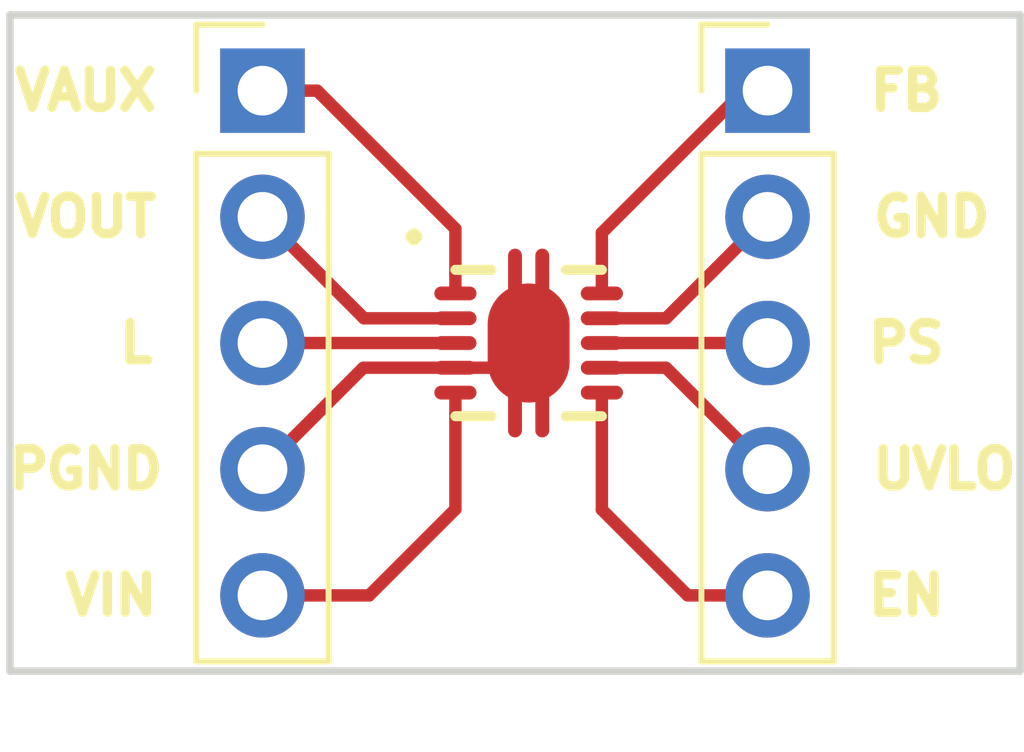
<source format=kicad_pcb>
(kicad_pcb (version 4) (host pcbnew 4.0.7)

  (general
    (links 13)
    (no_connects 0)
    (area 137.084999 97.460999 157.555001 110.819001)
    (thickness 1.6)
    (drawings 15)
    (tracks 26)
    (zones 0)
    (modules 3)
    (nets 11)
  )

  (page A4)
  (layers
    (0 F.Cu signal)
    (31 B.Cu signal)
    (32 B.Adhes user)
    (33 F.Adhes user)
    (34 B.Paste user)
    (35 F.Paste user)
    (36 B.SilkS user)
    (37 F.SilkS user)
    (38 B.Mask user)
    (39 F.Mask user)
    (40 Dwgs.User user)
    (41 Cmts.User user)
    (42 Eco1.User user)
    (43 Eco2.User user)
    (44 Edge.Cuts user)
    (45 Margin user)
    (46 B.CrtYd user)
    (47 F.CrtYd user)
    (48 B.Fab user)
    (49 F.Fab user)
  )

  (setup
    (last_trace_width 0.25)
    (trace_clearance 0.2)
    (zone_clearance 0.508)
    (zone_45_only no)
    (trace_min 0.2)
    (segment_width 0.2)
    (edge_width 0.15)
    (via_size 0.6)
    (via_drill 0.4)
    (via_min_size 0.4)
    (via_min_drill 0.3)
    (uvia_size 0.3)
    (uvia_drill 0.1)
    (uvias_allowed no)
    (uvia_min_size 0.2)
    (uvia_min_drill 0.1)
    (pcb_text_width 0.3)
    (pcb_text_size 1.5 1.5)
    (mod_edge_width 0.15)
    (mod_text_size 1 1)
    (mod_text_width 0.15)
    (pad_size 1.524 1.524)
    (pad_drill 0.762)
    (pad_to_mask_clearance 0.2)
    (aux_axis_origin 0 0)
    (visible_elements 7FFFFFFF)
    (pcbplotparams
      (layerselection 0x00030_80000001)
      (usegerberextensions false)
      (excludeedgelayer true)
      (linewidth 0.100000)
      (plotframeref false)
      (viasonmask false)
      (mode 1)
      (useauxorigin false)
      (hpglpennumber 1)
      (hpglpenspeed 20)
      (hpglpendiameter 15)
      (hpglpenoverlay 2)
      (psnegative false)
      (psa4output false)
      (plotreference true)
      (plotvalue true)
      (plotinvisibletext false)
      (padsonsilk false)
      (subtractmaskfromsilk false)
      (outputformat 1)
      (mirror false)
      (drillshape 1)
      (scaleselection 1)
      (outputdirectory ""))
  )

  (net 0 "")
  (net 1 "Net-(IC1-Pad1)")
  (net 2 "Net-(IC1-Pad2)")
  (net 3 "Net-(IC1-Pad3)")
  (net 4 "Net-(IC1-Pad4)")
  (net 5 "Net-(IC1-Pad5)")
  (net 6 "Net-(IC1-Pad6)")
  (net 7 "Net-(IC1-Pad7)")
  (net 8 "Net-(IC1-Pad8)")
  (net 9 "Net-(IC1-Pad9)")
  (net 10 "Net-(IC1-Pad10)")

  (net_class Default "This is the default net class."
    (clearance 0.2)
    (trace_width 0.25)
    (via_dia 0.6)
    (via_drill 0.4)
    (uvia_dia 0.3)
    (uvia_drill 0.1)
    (add_net "Net-(IC1-Pad1)")
    (add_net "Net-(IC1-Pad10)")
    (add_net "Net-(IC1-Pad2)")
    (add_net "Net-(IC1-Pad3)")
    (add_net "Net-(IC1-Pad4)")
    (add_net "Net-(IC1-Pad5)")
    (add_net "Net-(IC1-Pad6)")
    (add_net "Net-(IC1-Pad7)")
    (add_net "Net-(IC1-Pad8)")
    (add_net "Net-(IC1-Pad9)")
  )

  (module CustomFootprintLibrary:texas-S-PDSO-N10 (layer F.Cu) (tedit 5AB2FF26) (tstamp 5AB2FBFF)
    (at 147.59432 104.14 270)
    (descr "QFN 10 3 X 3 MM")
    (tags "QFN 10 3 X 3 MM")
    (path /5AB2E6DF)
    (attr smd)
    (fp_text reference IC1 (at 0.6731 -2.63398 270) (layer F.SilkS) hide
      (effects (font (size 1.27 1.27) (thickness 0.1016)))
    )
    (fp_text value TPS61201 (at 1.3081 2.86258 270) (layer F.SilkS) hide
      (effects (font (size 1.27 1.27) (thickness 0.1016)))
    )
    (fp_line (start -1.92278 -0.12446) (end -1.32334 -0.12446) (layer F.Mask) (width 0.06604))
    (fp_line (start -1.32334 -0.12446) (end -1.32334 -0.42418) (layer F.Mask) (width 0.06604))
    (fp_line (start -1.92278 -0.42418) (end -1.32334 -0.42418) (layer F.Mask) (width 0.06604))
    (fp_line (start -1.92278 -0.12446) (end -1.92278 -0.42418) (layer F.Mask) (width 0.06604))
    (fp_line (start -1.92278 0.42418) (end -1.32334 0.42418) (layer F.Mask) (width 0.06604))
    (fp_line (start -1.32334 0.42418) (end -1.32334 0.12446) (layer F.Mask) (width 0.06604))
    (fp_line (start -1.92278 0.12446) (end -1.32334 0.12446) (layer F.Mask) (width 0.06604))
    (fp_line (start -1.92278 0.42418) (end -1.92278 0.12446) (layer F.Mask) (width 0.06604))
    (fp_line (start -1.22428 0.84836) (end 1.22428 0.84836) (layer F.Mask) (width 0.06604))
    (fp_line (start 1.22428 0.84836) (end 1.22428 -0.84836) (layer F.Mask) (width 0.06604))
    (fp_line (start -1.22428 -0.84836) (end 1.22428 -0.84836) (layer F.Mask) (width 0.06604))
    (fp_line (start -1.22428 0.84836) (end -1.22428 -0.84836) (layer F.Mask) (width 0.06604))
    (fp_line (start -1.89992 -0.14986) (end -1.32334 -0.14986) (layer F.Paste) (width 0.06604))
    (fp_line (start -1.32334 -0.14986) (end -1.32334 -0.39878) (layer F.Paste) (width 0.06604))
    (fp_line (start -1.89992 -0.39878) (end -1.32334 -0.39878) (layer F.Paste) (width 0.06604))
    (fp_line (start -1.89992 -0.14986) (end -1.89992 -0.39878) (layer F.Paste) (width 0.06604))
    (fp_line (start -1.89992 0.39878) (end -1.32334 0.39878) (layer F.Paste) (width 0.06604))
    (fp_line (start -1.32334 0.39878) (end -1.32334 0.14986) (layer F.Paste) (width 0.06604))
    (fp_line (start -1.89992 0.14986) (end -1.32334 0.14986) (layer F.Paste) (width 0.06604))
    (fp_line (start -1.89992 0.39878) (end -1.89992 0.14986) (layer F.Paste) (width 0.06604))
    (fp_line (start -1.17348 -0.14986) (end -0.14986 -0.14986) (layer F.Paste) (width 0.06604))
    (fp_line (start -0.14986 -0.14986) (end -0.14986 -0.79756) (layer F.Paste) (width 0.06604))
    (fp_line (start -1.17348 -0.79756) (end -0.14986 -0.79756) (layer F.Paste) (width 0.06604))
    (fp_line (start -1.17348 -0.14986) (end -1.17348 -0.79756) (layer F.Paste) (width 0.06604))
    (fp_line (start -1.17348 0.79756) (end -0.14986 0.79756) (layer F.Paste) (width 0.06604))
    (fp_line (start -0.14986 0.79756) (end -0.14986 0.14986) (layer F.Paste) (width 0.06604))
    (fp_line (start -1.17348 0.14986) (end -0.14986 0.14986) (layer F.Paste) (width 0.06604))
    (fp_line (start -1.17348 0.79756) (end -1.17348 0.14986) (layer F.Paste) (width 0.06604))
    (fp_line (start 0.14986 0.79756) (end 1.17348 0.79756) (layer F.Paste) (width 0.06604))
    (fp_line (start 1.17348 0.79756) (end 1.17348 0.14986) (layer F.Paste) (width 0.06604))
    (fp_line (start 0.14986 0.14986) (end 1.17348 0.14986) (layer F.Paste) (width 0.06604))
    (fp_line (start 0.14986 0.79756) (end 0.14986 0.14986) (layer F.Paste) (width 0.06604))
    (fp_line (start 0.14986 -0.14986) (end 1.17348 -0.14986) (layer F.Paste) (width 0.06604))
    (fp_line (start 1.17348 -0.14986) (end 1.17348 -0.79756) (layer F.Paste) (width 0.06604))
    (fp_line (start 0.14986 -0.79756) (end 1.17348 -0.79756) (layer F.Paste) (width 0.06604))
    (fp_line (start 0.14986 -0.14986) (end 0.14986 -0.79756) (layer F.Paste) (width 0.06604))
    (fp_line (start -1.5748 1.5748) (end 0 1.5748) (layer Dwgs.User) (width 0.06604))
    (fp_line (start 0 1.5748) (end 0 0) (layer Dwgs.User) (width 0.06604))
    (fp_line (start -1.5748 0) (end 0 0) (layer Dwgs.User) (width 0.06604))
    (fp_line (start -1.5748 1.5748) (end -1.5748 0) (layer Dwgs.User) (width 0.06604))
    (fp_line (start -1.17348 1.92278) (end -0.82296 1.92278) (layer F.Mask) (width 0.06604))
    (fp_line (start -0.82296 1.92278) (end -0.82296 1.16332) (layer F.Mask) (width 0.06604))
    (fp_line (start -1.17348 1.16332) (end -0.82296 1.16332) (layer F.Mask) (width 0.06604))
    (fp_line (start -1.17348 1.92278) (end -1.17348 1.16332) (layer F.Mask) (width 0.06604))
    (fp_line (start -1.34112 1.62052) (end -0.65532 1.62052) (layer F.Paste) (width 0.06604))
    (fp_line (start -0.65532 1.62052) (end -0.65532 1.39192) (layer F.Paste) (width 0.06604))
    (fp_line (start -1.34112 1.39192) (end -0.65532 1.39192) (layer F.Paste) (width 0.06604))
    (fp_line (start -1.34112 1.62052) (end -1.34112 1.39192) (layer F.Paste) (width 0.06604))
    (fp_line (start -0.84074 1.62052) (end -0.15748 1.62052) (layer F.Paste) (width 0.06604))
    (fp_line (start -0.15748 1.62052) (end -0.15748 1.39192) (layer F.Paste) (width 0.06604))
    (fp_line (start -0.84074 1.39192) (end -0.15748 1.39192) (layer F.Paste) (width 0.06604))
    (fp_line (start -0.84074 1.62052) (end -0.84074 1.39192) (layer F.Paste) (width 0.06604))
    (fp_line (start -0.34036 1.62052) (end 0.34036 1.62052) (layer F.Paste) (width 0.06604))
    (fp_line (start 0.34036 1.62052) (end 0.34036 1.39192) (layer F.Paste) (width 0.06604))
    (fp_line (start -0.34036 1.39192) (end 0.34036 1.39192) (layer F.Paste) (width 0.06604))
    (fp_line (start -0.34036 1.62052) (end -0.34036 1.39192) (layer F.Paste) (width 0.06604))
    (fp_line (start 0.15748 1.62052) (end 0.84074 1.62052) (layer F.Paste) (width 0.06604))
    (fp_line (start 0.84074 1.62052) (end 0.84074 1.39192) (layer F.Paste) (width 0.06604))
    (fp_line (start 0.15748 1.39192) (end 0.84074 1.39192) (layer F.Paste) (width 0.06604))
    (fp_line (start 0.15748 1.62052) (end 0.15748 1.39192) (layer F.Paste) (width 0.06604))
    (fp_line (start 0.65532 1.62052) (end 1.34112 1.62052) (layer F.Paste) (width 0.06604))
    (fp_line (start 1.34112 1.62052) (end 1.34112 1.39192) (layer F.Paste) (width 0.06604))
    (fp_line (start 0.65532 1.39192) (end 1.34112 1.39192) (layer F.Paste) (width 0.06604))
    (fp_line (start 0.65532 1.62052) (end 0.65532 1.39192) (layer F.Paste) (width 0.06604))
    (fp_line (start 0.65532 -1.39192) (end 1.34112 -1.39192) (layer F.Paste) (width 0.06604))
    (fp_line (start 1.34112 -1.39192) (end 1.34112 -1.62052) (layer F.Paste) (width 0.06604))
    (fp_line (start 0.65532 -1.62052) (end 1.34112 -1.62052) (layer F.Paste) (width 0.06604))
    (fp_line (start 0.65532 -1.39192) (end 0.65532 -1.62052) (layer F.Paste) (width 0.06604))
    (fp_line (start 0.15748 -1.39192) (end 0.84074 -1.39192) (layer F.Paste) (width 0.06604))
    (fp_line (start 0.84074 -1.39192) (end 0.84074 -1.62052) (layer F.Paste) (width 0.06604))
    (fp_line (start 0.15748 -1.62052) (end 0.84074 -1.62052) (layer F.Paste) (width 0.06604))
    (fp_line (start 0.15748 -1.39192) (end 0.15748 -1.62052) (layer F.Paste) (width 0.06604))
    (fp_line (start -0.34036 -1.39192) (end 0.34036 -1.39192) (layer F.Paste) (width 0.06604))
    (fp_line (start 0.34036 -1.39192) (end 0.34036 -1.62052) (layer F.Paste) (width 0.06604))
    (fp_line (start -0.34036 -1.62052) (end 0.34036 -1.62052) (layer F.Paste) (width 0.06604))
    (fp_line (start -0.34036 -1.39192) (end -0.34036 -1.62052) (layer F.Paste) (width 0.06604))
    (fp_line (start -0.84074 -1.39192) (end -0.15748 -1.39192) (layer F.Paste) (width 0.06604))
    (fp_line (start -0.15748 -1.39192) (end -0.15748 -1.62052) (layer F.Paste) (width 0.06604))
    (fp_line (start -0.84074 -1.62052) (end -0.15748 -1.62052) (layer F.Paste) (width 0.06604))
    (fp_line (start -0.84074 -1.39192) (end -0.84074 -1.62052) (layer F.Paste) (width 0.06604))
    (fp_line (start -1.34112 -1.39192) (end -0.65532 -1.39192) (layer F.Paste) (width 0.06604))
    (fp_line (start -0.65532 -1.39192) (end -0.65532 -1.62052) (layer F.Paste) (width 0.06604))
    (fp_line (start -1.34112 -1.62052) (end -0.65532 -1.62052) (layer F.Paste) (width 0.06604))
    (fp_line (start -1.34112 -1.39192) (end -1.34112 -1.62052) (layer F.Paste) (width 0.06604))
    (fp_line (start -0.6731 1.92278) (end -0.32258 1.92278) (layer F.Mask) (width 0.06604))
    (fp_line (start -0.32258 1.92278) (end -0.32258 1.16332) (layer F.Mask) (width 0.06604))
    (fp_line (start -0.6731 1.16332) (end -0.32258 1.16332) (layer F.Mask) (width 0.06604))
    (fp_line (start -0.6731 1.92278) (end -0.6731 1.16332) (layer F.Mask) (width 0.06604))
    (fp_line (start -0.17272 1.92278) (end 0.17272 1.92278) (layer F.Mask) (width 0.06604))
    (fp_line (start 0.17272 1.92278) (end 0.17272 1.16332) (layer F.Mask) (width 0.06604))
    (fp_line (start -0.17272 1.16332) (end 0.17272 1.16332) (layer F.Mask) (width 0.06604))
    (fp_line (start -0.17272 1.92278) (end -0.17272 1.16332) (layer F.Mask) (width 0.06604))
    (fp_line (start 0.32258 1.92278) (end 0.6731 1.92278) (layer F.Mask) (width 0.06604))
    (fp_line (start 0.6731 1.92278) (end 0.6731 1.16332) (layer F.Mask) (width 0.06604))
    (fp_line (start 0.32258 1.16332) (end 0.6731 1.16332) (layer F.Mask) (width 0.06604))
    (fp_line (start 0.32258 1.92278) (end 0.32258 1.16332) (layer F.Mask) (width 0.06604))
    (fp_line (start 0.82296 1.92278) (end 1.17348 1.92278) (layer F.Mask) (width 0.06604))
    (fp_line (start 1.17348 1.92278) (end 1.17348 1.16332) (layer F.Mask) (width 0.06604))
    (fp_line (start 0.82296 1.16332) (end 1.17348 1.16332) (layer F.Mask) (width 0.06604))
    (fp_line (start 0.82296 1.92278) (end 0.82296 1.16332) (layer F.Mask) (width 0.06604))
    (fp_line (start 0.82296 -1.16332) (end 1.17348 -1.16332) (layer F.Mask) (width 0.06604))
    (fp_line (start 1.17348 -1.16332) (end 1.17348 -1.92278) (layer F.Mask) (width 0.06604))
    (fp_line (start 0.82296 -1.92278) (end 1.17348 -1.92278) (layer F.Mask) (width 0.06604))
    (fp_line (start 0.82296 -1.16332) (end 0.82296 -1.92278) (layer F.Mask) (width 0.06604))
    (fp_line (start 0.32258 -1.16332) (end 0.6731 -1.16332) (layer F.Mask) (width 0.06604))
    (fp_line (start 0.6731 -1.16332) (end 0.6731 -1.92278) (layer F.Mask) (width 0.06604))
    (fp_line (start 0.32258 -1.92278) (end 0.6731 -1.92278) (layer F.Mask) (width 0.06604))
    (fp_line (start 0.32258 -1.16332) (end 0.32258 -1.92278) (layer F.Mask) (width 0.06604))
    (fp_line (start -0.17272 -1.16332) (end 0.17272 -1.16332) (layer F.Mask) (width 0.06604))
    (fp_line (start 0.17272 -1.16332) (end 0.17272 -1.92278) (layer F.Mask) (width 0.06604))
    (fp_line (start -0.17272 -1.92278) (end 0.17272 -1.92278) (layer F.Mask) (width 0.06604))
    (fp_line (start -0.17272 -1.16332) (end -0.17272 -1.92278) (layer F.Mask) (width 0.06604))
    (fp_line (start -0.6731 -1.16332) (end -0.32258 -1.16332) (layer F.Mask) (width 0.06604))
    (fp_line (start -0.32258 -1.16332) (end -0.32258 -1.92278) (layer F.Mask) (width 0.06604))
    (fp_line (start -0.6731 -1.92278) (end -0.32258 -1.92278) (layer F.Mask) (width 0.06604))
    (fp_line (start -0.6731 -1.16332) (end -0.6731 -1.92278) (layer F.Mask) (width 0.06604))
    (fp_line (start -1.17348 -1.16332) (end -0.82296 -1.16332) (layer F.Mask) (width 0.06604))
    (fp_line (start -0.82296 -1.16332) (end -0.82296 -1.92278) (layer F.Mask) (width 0.06604))
    (fp_line (start -1.17348 -1.92278) (end -0.82296 -1.92278) (layer F.Mask) (width 0.06604))
    (fp_line (start -1.17348 -1.16332) (end -1.17348 -1.92278) (layer F.Mask) (width 0.06604))
    (fp_line (start 1.32334 0.42418) (end 1.92278 0.42418) (layer F.Mask) (width 0.06604))
    (fp_line (start 1.92278 0.42418) (end 1.92278 0.12446) (layer F.Mask) (width 0.06604))
    (fp_line (start 1.32334 0.12446) (end 1.92278 0.12446) (layer F.Mask) (width 0.06604))
    (fp_line (start 1.32334 0.42418) (end 1.32334 0.12446) (layer F.Mask) (width 0.06604))
    (fp_line (start 1.32334 -0.12446) (end 1.92278 -0.12446) (layer F.Mask) (width 0.06604))
    (fp_line (start 1.92278 -0.12446) (end 1.92278 -0.42418) (layer F.Mask) (width 0.06604))
    (fp_line (start 1.32334 -0.42418) (end 1.92278 -0.42418) (layer F.Mask) (width 0.06604))
    (fp_line (start 1.32334 -0.12446) (end 1.32334 -0.42418) (layer F.Mask) (width 0.06604))
    (fp_line (start 1.32334 0.39878) (end 1.89992 0.39878) (layer F.Paste) (width 0.06604))
    (fp_line (start 1.89992 0.39878) (end 1.89992 0.14986) (layer F.Paste) (width 0.06604))
    (fp_line (start 1.32334 0.14986) (end 1.89992 0.14986) (layer F.Paste) (width 0.06604))
    (fp_line (start 1.32334 0.39878) (end 1.32334 0.14986) (layer F.Paste) (width 0.06604))
    (fp_line (start 1.32334 -0.14986) (end 1.89992 -0.14986) (layer F.Paste) (width 0.06604))
    (fp_line (start 1.89992 -0.14986) (end 1.89992 -0.39878) (layer F.Paste) (width 0.06604))
    (fp_line (start 1.32334 -0.39878) (end 1.89992 -0.39878) (layer F.Paste) (width 0.06604))
    (fp_line (start 1.32334 -0.14986) (end 1.32334 -0.39878) (layer F.Paste) (width 0.06604))
    (fp_line (start -1.4732 -1.4732) (end 1.4732 -1.4732) (layer Dwgs.User) (width 0.2032))
    (fp_line (start 1.4732 -1.4732) (end 1.4732 1.4732) (layer Dwgs.User) (width 0.2032))
    (fp_line (start 1.4732 1.4732) (end -1.4732 1.4732) (layer Dwgs.User) (width 0.2032))
    (fp_line (start -1.4732 1.4732) (end -1.4732 -1.4732) (layer Dwgs.User) (width 0.2032))
    (fp_line (start -1.4732 -0.74676) (end -1.4732 -1.4732) (layer F.SilkS) (width 0.2032))
    (fp_line (start 1.4732 0.74676) (end 1.4732 1.4732) (layer F.SilkS) (width 0.2032))
    (fp_line (start -1.4732 1.4732) (end -1.4732 0.74676) (layer F.SilkS) (width 0.2032))
    (fp_line (start 1.4732 -1.4732) (end 1.4732 -0.74676) (layer F.SilkS) (width 0.2032))
    (fp_circle (center -0.99822 1.16332) (end -0.99822 0.9906) (layer F.Mask) (width 0))
    (fp_circle (center -0.99822 1.16332) (end -0.99822 1.04902) (layer F.Paste) (width 0))
    (fp_circle (center -0.49784 1.16332) (end -0.49784 1.04902) (layer F.Paste) (width 0))
    (fp_circle (center 0 1.16332) (end 0 1.04902) (layer F.Paste) (width 0))
    (fp_circle (center 0.49784 1.16332) (end 0.49784 1.04902) (layer F.Paste) (width 0))
    (fp_circle (center 0.99822 1.16332) (end 0.99822 1.04902) (layer F.Paste) (width 0))
    (fp_circle (center 0.99822 -1.16332) (end 0.99822 -1.27762) (layer F.Paste) (width 0))
    (fp_circle (center 0.49784 -1.16332) (end 0.49784 -1.27762) (layer F.Paste) (width 0))
    (fp_circle (center 0 -1.16332) (end 0 -1.27762) (layer F.Paste) (width 0))
    (fp_circle (center -0.49784 -1.16332) (end -0.49784 -1.27762) (layer F.Paste) (width 0))
    (fp_circle (center -0.99822 -1.16332) (end -0.99822 -1.27762) (layer F.Paste) (width 0))
    (fp_circle (center -0.49784 1.16332) (end -0.49784 0.9906) (layer F.Mask) (width 0))
    (fp_circle (center 0 1.16332) (end 0 0.9906) (layer F.Mask) (width 0))
    (fp_circle (center 0.49784 1.16332) (end 0.49784 0.9906) (layer F.Mask) (width 0))
    (fp_circle (center 0.99822 1.16332) (end 0.99822 0.9906) (layer F.Mask) (width 0))
    (fp_circle (center 0.99822 -1.16332) (end 0.99822 -1.33604) (layer F.Mask) (width 0))
    (fp_circle (center 0.49784 -1.16332) (end 0.49784 -1.33604) (layer F.Mask) (width 0))
    (fp_circle (center 0 -1.16332) (end 0 -1.33604) (layer F.Mask) (width 0))
    (fp_circle (center -0.49784 -1.16332) (end -0.49784 -1.33604) (layer F.Mask) (width 0))
    (fp_circle (center -0.99822 -1.16332) (end -0.99822 -1.33604) (layer F.Mask) (width 0))
    (pad 1 smd oval (at -0.99822 1.4732) (size 0.84836 0.2794) (layers F.Cu F.Paste F.Mask)
      (net 1 "Net-(IC1-Pad1)"))
    (pad 2 smd oval (at -0.49784 1.4732) (size 0.84836 0.2794) (layers F.Cu F.Paste F.Mask)
      (net 2 "Net-(IC1-Pad2)"))
    (pad 3 smd oval (at 0 1.4732) (size 0.84836 0.2794) (layers F.Cu F.Paste F.Mask)
      (net 3 "Net-(IC1-Pad3)"))
    (pad 4 smd oval (at 0.49784 1.4732) (size 0.84836 0.2794) (layers F.Cu F.Paste F.Mask)
      (net 4 "Net-(IC1-Pad4)"))
    (pad 5 smd oval (at 0.99822 1.4732) (size 0.84836 0.2794) (layers F.Cu F.Paste F.Mask)
      (net 5 "Net-(IC1-Pad5)"))
    (pad 6 smd oval (at 0.99822 -1.4732 180) (size 0.84836 0.2794) (layers F.Cu F.Paste F.Mask)
      (net 6 "Net-(IC1-Pad6)"))
    (pad 7 smd oval (at 0.49784 -1.4732 180) (size 0.84836 0.2794) (layers F.Cu F.Paste F.Mask)
      (net 7 "Net-(IC1-Pad7)"))
    (pad 8 smd oval (at 0 -1.4732 180) (size 0.84836 0.2794) (layers F.Cu F.Paste F.Mask)
      (net 8 "Net-(IC1-Pad8)"))
    (pad 9 smd oval (at -0.49784 -1.4732 180) (size 0.84836 0.2794) (layers F.Cu F.Paste F.Mask)
      (net 9 "Net-(IC1-Pad9)"))
    (pad 10 smd oval (at -0.99822 -1.4732 180) (size 0.84836 0.2794) (layers F.Cu F.Paste F.Mask)
      (net 10 "Net-(IC1-Pad10)"))
    (pad PP smd oval (at 0 0 270) (size 2.39776 1.64846) (layers F.Cu F.Paste F.Mask)
      (net 4 "Net-(IC1-Pad4)"))
    (pad PP@1 smd oval (at 0 -0.27432 270) (size 3.79984 0.2794) (layers F.Cu F.Paste F.Mask)
      (net 4 "Net-(IC1-Pad4)"))
    (pad PP@2 smd oval (at 0 0.27432 270) (size 3.79984 0.2794) (layers F.Cu F.Paste F.Mask)
      (net 4 "Net-(IC1-Pad4)"))
  )

  (module Pin_Headers:Pin_Header_Straight_1x05_Pitch2.54mm (layer F.Cu) (tedit 5AB2FF31) (tstamp 5AB2FC08)
    (at 152.4 99.06)
    (descr "Through hole straight pin header, 1x05, 2.54mm pitch, single row")
    (tags "Through hole pin header THT 1x05 2.54mm single row")
    (path /5AB2FB73)
    (fp_text reference J1 (at 0 -2.33) (layer F.SilkS) hide
      (effects (font (size 1 1) (thickness 0.15)))
    )
    (fp_text value Conn_01x05 (at 0 12.49) (layer F.Fab)
      (effects (font (size 1 1) (thickness 0.15)))
    )
    (fp_line (start -0.635 -1.27) (end 1.27 -1.27) (layer F.Fab) (width 0.1))
    (fp_line (start 1.27 -1.27) (end 1.27 11.43) (layer F.Fab) (width 0.1))
    (fp_line (start 1.27 11.43) (end -1.27 11.43) (layer F.Fab) (width 0.1))
    (fp_line (start -1.27 11.43) (end -1.27 -0.635) (layer F.Fab) (width 0.1))
    (fp_line (start -1.27 -0.635) (end -0.635 -1.27) (layer F.Fab) (width 0.1))
    (fp_line (start -1.33 11.49) (end 1.33 11.49) (layer F.SilkS) (width 0.12))
    (fp_line (start -1.33 1.27) (end -1.33 11.49) (layer F.SilkS) (width 0.12))
    (fp_line (start 1.33 1.27) (end 1.33 11.49) (layer F.SilkS) (width 0.12))
    (fp_line (start -1.33 1.27) (end 1.33 1.27) (layer F.SilkS) (width 0.12))
    (fp_line (start -1.33 0) (end -1.33 -1.33) (layer F.SilkS) (width 0.12))
    (fp_line (start -1.33 -1.33) (end 0 -1.33) (layer F.SilkS) (width 0.12))
    (fp_line (start -1.8 -1.8) (end -1.8 11.95) (layer F.CrtYd) (width 0.05))
    (fp_line (start -1.8 11.95) (end 1.8 11.95) (layer F.CrtYd) (width 0.05))
    (fp_line (start 1.8 11.95) (end 1.8 -1.8) (layer F.CrtYd) (width 0.05))
    (fp_line (start 1.8 -1.8) (end -1.8 -1.8) (layer F.CrtYd) (width 0.05))
    (fp_text user %R (at 0 5.08 90) (layer F.Fab)
      (effects (font (size 1 1) (thickness 0.15)))
    )
    (pad 1 thru_hole rect (at 0 0) (size 1.7 1.7) (drill 1) (layers *.Cu *.Mask)
      (net 10 "Net-(IC1-Pad10)"))
    (pad 2 thru_hole oval (at 0 2.54) (size 1.7 1.7) (drill 1) (layers *.Cu *.Mask)
      (net 9 "Net-(IC1-Pad9)"))
    (pad 3 thru_hole oval (at 0 5.08) (size 1.7 1.7) (drill 1) (layers *.Cu *.Mask)
      (net 8 "Net-(IC1-Pad8)"))
    (pad 4 thru_hole oval (at 0 7.62) (size 1.7 1.7) (drill 1) (layers *.Cu *.Mask)
      (net 7 "Net-(IC1-Pad7)"))
    (pad 5 thru_hole oval (at 0 10.16) (size 1.7 1.7) (drill 1) (layers *.Cu *.Mask)
      (net 6 "Net-(IC1-Pad6)"))
    (model ${KISYS3DMOD}/Pin_Headers.3dshapes/Pin_Header_Straight_1x05_Pitch2.54mm.wrl
      (at (xyz 0 0 0))
      (scale (xyz 1 1 1))
      (rotate (xyz 0 0 0))
    )
  )

  (module Pin_Headers:Pin_Header_Straight_1x05_Pitch2.54mm (layer F.Cu) (tedit 5AB2FF2D) (tstamp 5AB2FC11)
    (at 142.24 99.06)
    (descr "Through hole straight pin header, 1x05, 2.54mm pitch, single row")
    (tags "Through hole pin header THT 1x05 2.54mm single row")
    (path /5AB2FBF6)
    (fp_text reference J2 (at 0 -2.33) (layer F.SilkS) hide
      (effects (font (size 1 1) (thickness 0.15)))
    )
    (fp_text value Conn_01x05 (at 0 12.49) (layer F.Fab)
      (effects (font (size 1 1) (thickness 0.15)))
    )
    (fp_line (start -0.635 -1.27) (end 1.27 -1.27) (layer F.Fab) (width 0.1))
    (fp_line (start 1.27 -1.27) (end 1.27 11.43) (layer F.Fab) (width 0.1))
    (fp_line (start 1.27 11.43) (end -1.27 11.43) (layer F.Fab) (width 0.1))
    (fp_line (start -1.27 11.43) (end -1.27 -0.635) (layer F.Fab) (width 0.1))
    (fp_line (start -1.27 -0.635) (end -0.635 -1.27) (layer F.Fab) (width 0.1))
    (fp_line (start -1.33 11.49) (end 1.33 11.49) (layer F.SilkS) (width 0.12))
    (fp_line (start -1.33 1.27) (end -1.33 11.49) (layer F.SilkS) (width 0.12))
    (fp_line (start 1.33 1.27) (end 1.33 11.49) (layer F.SilkS) (width 0.12))
    (fp_line (start -1.33 1.27) (end 1.33 1.27) (layer F.SilkS) (width 0.12))
    (fp_line (start -1.33 0) (end -1.33 -1.33) (layer F.SilkS) (width 0.12))
    (fp_line (start -1.33 -1.33) (end 0 -1.33) (layer F.SilkS) (width 0.12))
    (fp_line (start -1.8 -1.8) (end -1.8 11.95) (layer F.CrtYd) (width 0.05))
    (fp_line (start -1.8 11.95) (end 1.8 11.95) (layer F.CrtYd) (width 0.05))
    (fp_line (start 1.8 11.95) (end 1.8 -1.8) (layer F.CrtYd) (width 0.05))
    (fp_line (start 1.8 -1.8) (end -1.8 -1.8) (layer F.CrtYd) (width 0.05))
    (fp_text user %R (at 0 5.08 90) (layer F.Fab)
      (effects (font (size 1 1) (thickness 0.15)))
    )
    (pad 1 thru_hole rect (at 0 0) (size 1.7 1.7) (drill 1) (layers *.Cu *.Mask)
      (net 1 "Net-(IC1-Pad1)"))
    (pad 2 thru_hole oval (at 0 2.54) (size 1.7 1.7) (drill 1) (layers *.Cu *.Mask)
      (net 2 "Net-(IC1-Pad2)"))
    (pad 3 thru_hole oval (at 0 5.08) (size 1.7 1.7) (drill 1) (layers *.Cu *.Mask)
      (net 3 "Net-(IC1-Pad3)"))
    (pad 4 thru_hole oval (at 0 7.62) (size 1.7 1.7) (drill 1) (layers *.Cu *.Mask)
      (net 4 "Net-(IC1-Pad4)"))
    (pad 5 thru_hole oval (at 0 10.16) (size 1.7 1.7) (drill 1) (layers *.Cu *.Mask)
      (net 5 "Net-(IC1-Pad5)"))
    (model ${KISYS3DMOD}/Pin_Headers.3dshapes/Pin_Header_Straight_1x05_Pitch2.54mm.wrl
      (at (xyz 0 0 0))
      (scale (xyz 1 1 1))
      (rotate (xyz 0 0 0))
    )
  )

  (gr_text . (at 145.288 101.6) (layer F.SilkS)
    (effects (font (size 1 1) (thickness 0.25)))
  )
  (gr_line (start 137.16 110.744) (end 137.16 97.536) (layer Edge.Cuts) (width 0.15))
  (gr_line (start 157.48 110.744) (end 137.16 110.744) (layer Edge.Cuts) (width 0.15))
  (gr_line (start 157.48 97.536) (end 157.48 110.744) (layer Edge.Cuts) (width 0.15))
  (gr_line (start 137.16 97.536) (end 157.48 97.536) (layer Edge.Cuts) (width 0.15))
  (gr_text EN (at 155.194 109.22) (layer F.SilkS)
    (effects (font (size 0.75 0.75) (thickness 0.1875)))
  )
  (gr_text UVLO (at 155.956 106.68) (layer F.SilkS)
    (effects (font (size 0.75 0.75) (thickness 0.1875)))
  )
  (gr_text PS (at 155.194 104.14) (layer F.SilkS)
    (effects (font (size 0.75 0.75) (thickness 0.1875)))
  )
  (gr_text GND (at 155.702 101.6) (layer F.SilkS)
    (effects (font (size 0.75 0.75) (thickness 0.1875)))
  )
  (gr_text FB (at 155.194 99.06) (layer F.SilkS)
    (effects (font (size 0.75 0.75) (thickness 0.1875)))
  )
  (gr_text VIN (at 139.192 109.22) (layer F.SilkS)
    (effects (font (size 0.75 0.75) (thickness 0.1875)))
  )
  (gr_text PGND (at 138.684 106.68) (layer F.SilkS)
    (effects (font (size 0.75 0.75) (thickness 0.1875)))
  )
  (gr_text L (at 139.7 104.14) (layer F.SilkS)
    (effects (font (size 0.75 0.75) (thickness 0.1875)))
  )
  (gr_text VOUT (at 138.684 101.6) (layer F.SilkS)
    (effects (font (size 0.75 0.75) (thickness 0.1875)))
  )
  (gr_text VAUX (at 138.684 99.06) (layer F.SilkS)
    (effects (font (size 0.75 0.75) (thickness 0.1875)))
  )

  (segment (start 142.24 99.06) (end 143.34 99.06) (width 0.25) (layer F.Cu) (net 1))
  (segment (start 143.34 99.06) (end 146.12112 101.84112) (width 0.25) (layer F.Cu) (net 1))
  (segment (start 146.12112 101.84112) (end 146.12112 102.75208) (width 0.25) (layer F.Cu) (net 1))
  (segment (start 146.12112 102.75208) (end 146.12112 103.14178) (width 0.25) (layer F.Cu) (net 1))
  (segment (start 142.24 101.6) (end 144.28216 103.64216) (width 0.25) (layer F.Cu) (net 2))
  (segment (start 144.28216 103.64216) (end 146.12112 103.64216) (width 0.25) (layer F.Cu) (net 2))
  (segment (start 142.24 104.14) (end 146.12112 104.14) (width 0.25) (layer F.Cu) (net 3))
  (segment (start 146.12112 104.63784) (end 147.09648 104.63784) (width 0.25) (layer F.Cu) (net 4))
  (segment (start 147.09648 104.63784) (end 147.59432 104.14) (width 0.25) (layer F.Cu) (net 4))
  (segment (start 142.24 106.68) (end 142.24 106.667558) (width 0.25) (layer F.Cu) (net 4))
  (segment (start 142.24 106.667558) (end 144.269718 104.63784) (width 0.25) (layer F.Cu) (net 4))
  (segment (start 144.269718 104.63784) (end 146.12112 104.63784) (width 0.25) (layer F.Cu) (net 4))
  (segment (start 142.24 109.22) (end 144.385854 109.22) (width 0.25) (layer F.Cu) (net 5))
  (segment (start 144.385854 109.22) (end 146.12112 107.484734) (width 0.25) (layer F.Cu) (net 5))
  (segment (start 146.12112 107.484734) (end 146.12112 105.13822) (width 0.25) (layer F.Cu) (net 5))
  (segment (start 152.4 109.22) (end 150.793204 109.22) (width 0.25) (layer F.Cu) (net 6))
  (segment (start 150.793204 109.22) (end 149.06752 107.494316) (width 0.25) (layer F.Cu) (net 6))
  (segment (start 149.06752 107.494316) (end 149.06752 105.13822) (width 0.25) (layer F.Cu) (net 6))
  (segment (start 152.4 106.68) (end 150.35784 104.63784) (width 0.25) (layer F.Cu) (net 7))
  (segment (start 150.35784 104.63784) (end 149.06752 104.63784) (width 0.25) (layer F.Cu) (net 7))
  (segment (start 152.4 104.14) (end 149.06752 104.14) (width 0.25) (layer F.Cu) (net 8))
  (segment (start 152.4 101.6) (end 150.35784 103.64216) (width 0.25) (layer F.Cu) (net 9))
  (segment (start 150.35784 103.64216) (end 149.06752 103.64216) (width 0.25) (layer F.Cu) (net 9))
  (segment (start 149.06752 103.14178) (end 149.06752 101.921247) (width 0.25) (layer F.Cu) (net 10))
  (segment (start 149.06752 101.921247) (end 151.928767 99.06) (width 0.25) (layer F.Cu) (net 10))
  (segment (start 151.928767 99.06) (end 152.4 99.06) (width 0.25) (layer F.Cu) (net 10))

)

</source>
